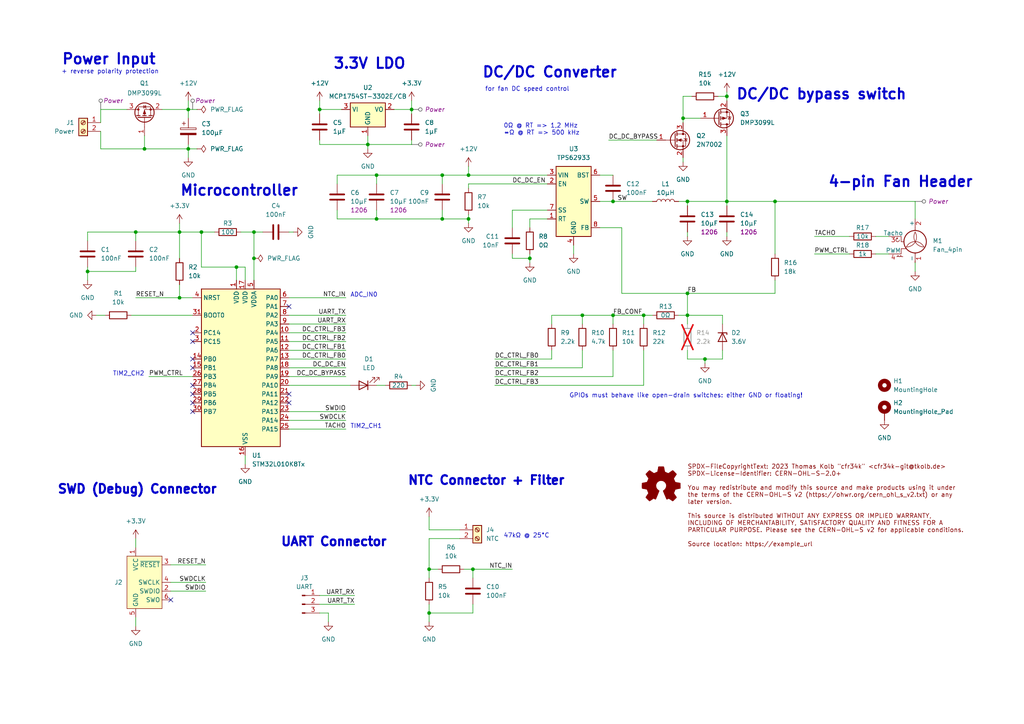
<source format=kicad_sch>
(kicad_sch (version 20230121) (generator eeschema)
  (paper "A4")
  (title_block (title "TinyFanControl") (date "2023-12-31") (rev "B"))
  (lib_symbols
    (symbol "Connector:Conn_01x03_Pin" (pin_names (offset 1.016) hide)
      (property "Reference" "J" (at 0 5.08 0))
      (property "Value" "Conn_01x03_Pin" (at 0 -5.08 0))
      (symbol "Conn_01x03_Pin_1_1"
        (pin passive line (at 5.08 2.54 180) (length 3.81) (name "Pin_1") (number "1"))
        (pin passive line (at 5.08 0 180) (length 3.81) (name "Pin_2") (number "2"))
        (pin passive line (at 5.08 -2.54 180) (length 3.81) (name "Pin_3") (number "3"))
      )
    )
    (symbol "Connector:Conn_ARM_SWD_WR-WST-6pin" (in_bom no)
      (property "Reference" "J" (at 2.54 11.43 0))
      (property "Value" "Conn_ARM_SWD_TagConnect_TC2030" (at 5.08 8.89 0))
      (symbol "Conn_ARM_SWD_WR-WST-6pin_0_0"
        (pin power_in line (at -2.54 10.16 270) (length 2.54) (name "VCC") (number "1"))
        (pin bidirectional line (at 7.62 -2.54 180) (length 2.54) (name "SWDIO") (number "2"))
        (pin open_collector line (at 7.62 5.08 180) (length 2.54) (name "~{RESET}") (number "3"))
        (pin output line (at 7.62 0 180) (length 2.54) (name "SWCLK") (number "4"))
        (pin power_in line (at -2.54 -10.16 90) (length 2.54) (name "GND") (number "5"))
        (pin input line (at 7.62 -5.08 180) (length 2.54) (name "SWO") (number "6"))
      )
    )
    (symbol "Connector:Screw_Terminal_01x02" (pin_names (offset 1.016) hide)
      (property "Reference" "J" (at 0 2.54 0))
      (property "Value" "Screw_Terminal_01x02" (at 0 -5.08 0))
      (symbol "Screw_Terminal_01x02_1_1"
        (pin passive line (at -5.08 0 0) (length 3.81) (name "Pin_1") (number "1"))
        (pin passive line (at -5.08 -2.54 0) (length 3.81) (name "Pin_2") (number "2"))
      )
    )
    (symbol "DMP3099L_1" (pin_names hide)
      (property "Reference" "Q" (at 5.08 1.905 0))
      (property "Value" "DMP3099L" (at 5.08 0 0))
      (symbol "DMP3099L_1_1_1"
        (pin input line (at -5.08 0 0) (length 2.54) (name "G") (number "1"))
        (pin passive line (at 2.54 -5.08 90) (length 2.54) (name "S") (number "2"))
        (pin passive line (at 2.54 5.08 270) (length 2.54) (name "D") (number "3"))
      )
    )
    (symbol "Device:C" (pin_numbers hide) (pin_names (offset 0.254))
      (property "Reference" "C" (at 0.635 2.54 0))
      (property "Value" "C" (at 0.635 -2.54 0))
      (symbol "C_1_1"
        (pin passive line (at 0 3.81 270) (length 2.794) (name "~") (number "1"))
        (pin passive line (at 0 -3.81 90) (length 2.794) (name "~") (number "2"))
      )
    )
    (symbol "Device:C_Polarized" (pin_numbers hide) (pin_names (offset 0.254))
      (property "Reference" "C" (at 0.635 2.54 0))
      (property "Value" "C_Polarized" (at 0.635 -2.54 0))
      (symbol "C_Polarized_1_1"
        (pin passive line (at 0 3.81 270) (length 2.794) (name "~") (number "1"))
        (pin passive line (at 0 -3.81 90) (length 2.794) (name "~") (number "2"))
      )
    )
    (symbol "Device:D_Zener" (pin_numbers hide) (pin_names (offset 1.016) hide)
      (property "Reference" "D" (at 0 2.54 0))
      (property "Value" "D_Zener" (at 0 -2.54 0))
      (symbol "D_Zener_1_1"
        (pin passive line (at -3.81 0 0) (length 2.54) (name "K") (number "1"))
        (pin passive line (at 3.81 0 180) (length 2.54) (name "A") (number "2"))
      )
    )
    (symbol "Device:L" (pin_numbers hide) (pin_names (offset 1.016) hide)
      (property "Reference" "L" (at -1.27 0 90))
      (property "Value" "L" (at 1.905 0 90))
      (symbol "L_1_1"
        (pin passive line (at 0 3.81 270) (length 1.27) (name "1") (number "1"))
        (pin passive line (at 0 -3.81 90) (length 1.27) (name "2") (number "2"))
      )
    )
    (symbol "Device:LED" (pin_numbers hide) (pin_names (offset 1.016) hide)
      (property "Reference" "D" (at 0 2.54 0))
      (property "Value" "LED" (at 0 -2.54 0))
      (symbol "LED_1_1"
        (pin passive line (at -3.81 0 0) (length 2.54) (name "K") (number "1"))
        (pin passive line (at 3.81 0 180) (length 2.54) (name "A") (number "2"))
      )
    )
    (symbol "Device:R" (pin_numbers hide) (pin_names (offset 0))
      (property "Reference" "R" (at 2.032 0 90))
      (property "Value" "R" (at 0 0 90))
      (symbol "R_1_1"
        (pin passive line (at 0 3.81 270) (length 1.27) (name "~") (number "1"))
        (pin passive line (at 0 -3.81 90) (length 1.27) (name "~") (number "2"))
      )
    )
    (symbol "Graphic:Logo_Open_Hardware_Small" (in_bom no) (on_board no))
    (symbol "MCU_ST_STM32L0:STM32L010K8Tx"
      (property "Reference" "U" (at -10.16 24.13 0))
      (property "Value" "STM32L010K8Tx" (at 7.62 24.13 0))
      (symbol "STM32L010K8Tx_1_1"
        (pin power_in line (at 0 25.4 270) (length 2.54) (name "VDD") (number "1"))
        (pin bidirectional line (at 15.24 10.16 180) (length 2.54) (name "PA4") (number "10"))
        (pin bidirectional line (at 15.24 7.62 180) (length 2.54) (name "PA5") (number "11"))
        (pin bidirectional line (at 15.24 5.08 180) (length 2.54) (name "PA6") (number "12"))
        (pin bidirectional line (at 15.24 2.54 180) (length 2.54) (name "PA7") (number "13"))
        (pin bidirectional line (at -12.7 2.54 0) (length 2.54) (name "PB0") (number "14"))
        (pin bidirectional line (at -12.7 0 0) (length 2.54) (name "PB1") (number "15"))
        (pin power_in line (at 2.54 -25.4 90) (length 2.54) (name "VSS") (number "16"))
        (pin power_in line (at 2.54 25.4 270) (length 2.54) (name "VDD") (number "17"))
        (pin bidirectional line (at 15.24 0 180) (length 2.54) (name "PA8") (number "18"))
        (pin bidirectional line (at 15.24 -2.54 180) (length 2.54) (name "PA9") (number "19"))
        (pin bidirectional line (at -12.7 10.16 0) (length 2.54) (name "PC14") (number "2"))
        (pin bidirectional line (at 15.24 -5.08 180) (length 2.54) (name "PA10") (number "20"))
        (pin bidirectional line (at 15.24 -7.62 180) (length 2.54) (name "PA11") (number "21"))
        (pin bidirectional line (at 15.24 -10.16 180) (length 2.54) (name "PA12") (number "22"))
        (pin bidirectional line (at 15.24 -12.7 180) (length 2.54) (name "PA13") (number "23"))
        (pin bidirectional line (at 15.24 -15.24 180) (length 2.54) (name "PA14") (number "24"))
        (pin bidirectional line (at 15.24 -17.78 180) (length 2.54) (name "PA15") (number "25"))
        (pin bidirectional line (at -12.7 -2.54 0) (length 2.54) (name "PB3") (number "26"))
        (pin bidirectional line (at -12.7 -5.08 0) (length 2.54) (name "PB4") (number "27"))
        (pin bidirectional line (at -12.7 -7.62 0) (length 2.54) (name "PB5") (number "28"))
        (pin bidirectional line (at -12.7 -10.16 0) (length 2.54) (name "PB6") (number "29"))
        (pin bidirectional line (at -12.7 7.62 0) (length 2.54) (name "PC15") (number "3"))
        (pin bidirectional line (at -12.7 -12.7 0) (length 2.54) (name "PB7") (number "30"))
        (pin input line (at -12.7 15.24 0) (length 2.54) (name "BOOT0") (number "31"))
        (pin passive line (at 2.54 -25.4 90) (length 2.54) hide (name "VSS") (number "32"))
        (pin input line (at -12.7 20.32 0) (length 2.54) (name "NRST") (number "4"))
        (pin power_in line (at 5.08 25.4 270) (length 2.54) (name "VDDA") (number "5"))
        (pin bidirectional line (at 15.24 20.32 180) (length 2.54) (name "PA0") (number "6"))
        (pin bidirectional line (at 15.24 17.78 180) (length 2.54) (name "PA1") (number "7"))
        (pin bidirectional line (at 15.24 15.24 180) (length 2.54) (name "PA2") (number "8"))
        (pin bidirectional line (at 15.24 12.7 180) (length 2.54) (name "PA3") (number "9"))
      )
    )
    (symbol "Mechanical:MountingHole" (pin_names (offset 1.016))
      (property "Reference" "H" (at 0 5.08 0))
      (property "Value" "MountingHole" (at 0 3.175 0))
    )
    (symbol "Mechanical:MountingHole_Pad" (pin_numbers hide) (pin_names (offset 1.016) hide)
      (property "Reference" "H" (at 0 6.35 0))
      (property "Value" "MountingHole_Pad" (at 0 4.445 0))
      (symbol "MountingHole_Pad_1_1"
        (pin input line (at 0 -2.54 90) (length 2.54) (name "1") (number "1"))
      )
    )
    (symbol "Motor:Fan_4pin" (pin_names (offset 0))
      (property "Reference" "M" (at 2.54 5.08 0))
      (property "Value" "Fan_4pin" (at 2.54 -2.54 0))
      (symbol "Fan_4pin_1_1"
        (pin passive line (at 0 -5.08 90) (length 2.54) (name "-") (number "1"))
        (pin passive line (at 0 7.62 270) (length 2.54) (name "+") (number "2"))
        (pin passive line (at -7.62 2.54 0) (length 2.54) (name "Tacho") (number "3"))
        (pin input line (at -7.62 -2.54 0) (length 2.54) (name "PWM") (number "4"))
      )
    )
    (symbol "Regulator_Linear:MCP1754S-3302xCB"
      (property "Reference" "U" (at -3.81 3.175 0))
      (property "Value" "MCP1754S-3302xCB" (at -0.635 3.175 0))
      (symbol "MCP1754S-3302xCB_1_1"
        (pin power_in line (at 0 -7.62 90) (length 2.54) (name "GND") (number "1"))
        (pin power_out line (at 7.62 0 180) (length 2.54) (name "VO") (number "2"))
        (pin power_in line (at -7.62 0 0) (length 2.54) (name "VI") (number "3"))
      )
    )
    (symbol "Regulator_Switching:TPS62933"
      (property "Reference" "U" (at 0 13.97 0))
      (property "Value" "TPS62933" (at 0 11.43 0))
      (symbol "TPS62933_1_1"
        (pin passive line (at -7.62 -5.08 0) (length 2.54) (name "RT") (number "1"))
        (pin input line (at -7.62 5.08 0) (length 2.54) (name "EN") (number "2"))
        (pin power_in line (at -7.62 7.62 0) (length 2.54) (name "VIN") (number "3"))
        (pin power_in line (at 0 -12.7 90) (length 2.54) (name "GND") (number "4"))
        (pin output line (at 7.62 0 180) (length 2.54) (name "SW") (number "5"))
        (pin passive line (at 7.62 7.62 180) (length 2.54) (name "BST") (number "6"))
        (pin passive line (at -7.62 -2.54 0) (length 2.54) (name "SS") (number "7"))
        (pin input line (at 7.62 -7.62 180) (length 2.54) (name "FB") (number "8"))
      )
    )
    (symbol "Transistor_FET:2N7002" (pin_names hide)
      (property "Reference" "Q" (at 5.08 1.905 0))
      (property "Value" "2N7002" (at 5.08 0 0))
      (symbol "2N7002_1_1"
        (pin input line (at -5.08 0 0) (length 2.54) (name "G") (number "1"))
        (pin passive line (at 2.54 -5.08 90) (length 2.54) (name "S") (number "2"))
        (pin passive line (at 2.54 5.08 270) (length 2.54) (name "D") (number "3"))
      )
    )
    (symbol "Transistor_FET:DMP3099L" (pin_names hide)
      (property "Reference" "Q" (at 5.08 1.905 0))
      (property "Value" "DMP3099L" (at 5.08 0 0))
      (symbol "DMP3099L_1_1"
        (pin input line (at -5.08 0 0) (length 2.54) (name "G") (number "1"))
        (pin passive line (at 2.54 -5.08 90) (length 2.54) (name "S") (number "2"))
        (pin passive line (at 2.54 5.08 270) (length 2.54) (name "D") (number "3"))
      )
    )
    (symbol "power:+12V" (power) (pin_names (offset 0))
      (property "Value" "+12V" (at 0 3.556 0))
      (symbol "+12V_1_1"
        (pin power_in line (at 0 0 90) (length 0) hide (name "+12V") (number "1"))
      )
    )
    (symbol "power:+3.3V" (power) (pin_names (offset 0))
      (property "Value" "+3.3V" (at 0 3.556 0))
      (symbol "+3.3V_1_1"
        (pin power_in line (at 0 0 90) (length 0) hide (name "+3.3V") (number "1"))
      )
    )
    (symbol "power:GND" (power) (pin_names (offset 0))
      (property "Value" "GND" (at 0 -3.81 0))
      (symbol "GND_1_1"
        (pin power_in line (at 0 0 270) (length 0) hide (name "GND") (number "1"))
      )
    )
    (symbol "power:PWR_FLAG" (power) (pin_numbers hide) (pin_names (offset 0) hide)
      (property "Value" "PWR_FLAG" (at 0 3.81 0))
      (symbol "PWR_FLAG_0_0"
        (pin power_out line (at 0 0 90) (length 0) (name "pwr") (number "1"))
      )
    )
  )
  (junction (at 58.42 67.31))
  (junction (at 199.39 58.42))
  (junction (at 73.66 74.93))
  (junction (at 128.27 50.8))
  (junction (at 153.67 74.93))
  (junction (at 109.22 50.8))
  (junction (at 73.66 67.31))
  (junction (at 52.07 67.31))
  (junction (at 135.89 63.5))
  (junction (at 137.16 165.1))
  (junction (at 199.39 91.44))
  (junction (at 41.91 43.18))
  (junction (at 186.69 91.44))
  (junction (at 68.58 77.47))
  (junction (at 124.46 165.1))
  (junction (at 54.61 43.18))
  (junction (at 106.68 41.91))
  (junction (at 25.4 78.74))
  (junction (at 177.8 58.42))
  (junction (at 210.82 58.42))
  (junction (at 39.37 67.31))
  (junction (at 168.91 91.44))
  (junction (at 198.12 34.29))
  (junction (at 54.61 31.75))
  (junction (at 52.07 86.36))
  (junction (at 135.89 50.8))
  (junction (at 109.22 63.5))
  (junction (at 224.79 58.42))
  (junction (at 177.8 91.44))
  (junction (at 124.46 177.8))
  (junction (at 92.71 31.75))
  (junction (at 128.27 63.5))
  (junction (at 210.82 27.94))
  (junction (at 204.47 104.14))
  (junction (at 119.38 31.75))
  (junction (at 199.39 85.09))
  (no_connect (at 55.88 104.14))
  (no_connect (at 55.88 99.06))
  (no_connect (at 83.82 116.84))
  (no_connect (at 55.88 114.3))
  (no_connect (at 83.82 88.9))
  (no_connect (at 55.88 106.68))
  (no_connect (at 55.88 96.52))
  (no_connect (at 55.88 119.38))
  (no_connect (at 55.88 116.84))
  (no_connect (at 83.82 114.3))
  (no_connect (at 55.88 111.76))
  (no_connect (at 49.53 173.99))
  (wire (pts (xy 71.12 132.08) (xy 71.12 134.62)))
  (wire (pts (xy 199.39 91.44) (xy 199.39 93.98)))
  (wire (pts (xy 71.12 77.47) (xy 71.12 81.28)))
  (wire (pts (xy 199.39 59.69) (xy 199.39 58.42)))
  (wire (pts (xy 83.82 99.06) (xy 100.33 99.06)))
  (wire (pts (xy 39.37 77.47) (xy 39.37 78.74)))
  (wire (pts (xy 137.16 165.1) (xy 137.16 167.64)))
  (wire (pts (xy 52.07 64.77) (xy 52.07 67.31)))
  (wire (pts (xy 254 68.58) (xy 257.81 68.58)))
  (wire (pts (xy 148.59 74.93) (xy 153.67 74.93)))
  (wire (pts (xy 97.79 50.8) (xy 97.79 53.34)))
  (wire (pts (xy 177.8 91.44) (xy 186.69 91.44)))
  (wire (pts (xy 210.82 67.31) (xy 210.82 68.58)))
  (wire (pts (xy 209.55 93.98) (xy 209.55 91.44)))
  (wire (pts (xy 124.46 165.1) (xy 127 165.1)))
  (wire (pts (xy 124.46 177.8) (xy 124.46 175.26)))
  (wire (pts (xy 39.37 86.36) (xy 52.07 86.36)))
  (wire (pts (xy 143.51 104.14) (xy 160.02 104.14)))
  (wire (pts (xy 83.82 109.22) (xy 100.33 109.22)))
  (wire (pts (xy 83.82 101.6) (xy 100.33 101.6)))
  (wire (pts (xy 210.82 39.37) (xy 210.82 58.42)))
  (wire (pts (xy 168.91 101.6) (xy 168.91 106.68)))
  (wire (pts (xy 143.51 106.68) (xy 168.91 106.68)))
  (wire (pts (xy 97.79 60.96) (xy 97.79 63.5)))
  (wire (pts (xy 137.16 177.8) (xy 124.46 177.8)))
  (wire (pts (xy 39.37 67.31) (xy 52.07 67.31)))
  (wire (pts (xy 135.89 54.61) (xy 135.89 53.34)))
  (wire (pts (xy 92.71 29.21) (xy 92.71 31.75)))
  (wire (pts (xy 224.79 58.42) (xy 224.79 73.66)))
  (wire (pts (xy 198.12 27.94) (xy 200.66 27.94)))
  (wire (pts (xy 124.46 153.67) (xy 133.35 153.67)))
  (wire (pts (xy 95.25 177.8) (xy 95.25 180.34)))
  (wire (pts (xy 168.91 93.98) (xy 168.91 91.44)))
  (wire (pts (xy 148.59 66.04) (xy 148.59 60.96)))
  (wire (pts (xy 124.46 165.1) (xy 124.46 156.21)))
  (wire (pts (xy 29.21 43.18) (xy 41.91 43.18)))
  (wire (pts (xy 41.91 39.37) (xy 41.91 43.18)))
  (wire (pts (xy 43.18 109.22) (xy 55.88 109.22)))
  (wire (pts (xy 73.66 81.28) (xy 73.66 74.93)))
  (wire (pts (xy 109.22 50.8) (xy 97.79 50.8)))
  (wire (pts (xy 135.89 48.26) (xy 135.89 50.8)))
  (wire (pts (xy 198.12 34.29) (xy 198.12 35.56)))
  (wire (pts (xy 52.07 67.31) (xy 52.07 74.93)))
  (wire (pts (xy 49.53 171.45) (xy 59.69 171.45)))
  (wire (pts (xy 173.99 50.8) (xy 177.8 50.8)))
  (wire (pts (xy 83.82 86.36) (xy 100.33 86.36)))
  (wire (pts (xy 128.27 60.96) (xy 128.27 63.5)))
  (wire (pts (xy 177.8 58.42) (xy 189.23 58.42)))
  (wire (pts (xy 106.68 41.91) (xy 92.71 41.91)))
  (wire (pts (xy 265.43 76.2) (xy 265.43 78.74)))
  (wire (pts (xy 49.53 163.83) (xy 59.69 163.83)))
  (wire (pts (xy 109.22 111.76) (xy 111.76 111.76)))
  (wire (pts (xy 54.61 29.21) (xy 54.61 31.75)))
  (wire (pts (xy 68.58 77.47) (xy 68.58 81.28)))
  (wire (pts (xy 236.22 68.58) (xy 246.38 68.58)))
  (wire (pts (xy 25.4 77.47) (xy 25.4 78.74)))
  (wire (pts (xy 39.37 179.07) (xy 39.37 181.61)))
  (wire (pts (xy 210.82 58.42) (xy 210.82 59.69)))
  (wire (pts (xy 168.91 91.44) (xy 177.8 91.44)))
  (wire (pts (xy 54.61 43.18) (xy 54.61 45.72)))
  (wire (pts (xy 119.38 31.75) (xy 119.38 33.02)))
  (wire (pts (xy 196.85 91.44) (xy 199.39 91.44)))
  (wire (pts (xy 69.85 67.31) (xy 73.66 67.31)))
  (wire (pts (xy 92.71 31.75) (xy 99.06 31.75)))
  (wire (pts (xy 224.79 85.09) (xy 199.39 85.09)))
  (wire (pts (xy 106.68 39.37) (xy 106.68 41.91)))
  (wire (pts (xy 173.99 58.42) (xy 177.8 58.42)))
  (wire (pts (xy 29.21 31.75) (xy 36.83 31.75)))
  (wire (pts (xy 153.67 73.66) (xy 153.67 74.93)))
  (wire (pts (xy 180.34 85.09) (xy 199.39 85.09)))
  (wire (pts (xy 143.51 109.22) (xy 177.8 109.22)))
  (wire (pts (xy 83.82 119.38) (xy 100.33 119.38)))
  (wire (pts (xy 52.07 86.36) (xy 55.88 86.36)))
  (wire (pts (xy 160.02 91.44) (xy 168.91 91.44)))
  (wire (pts (xy 54.61 31.75) (xy 57.15 31.75)))
  (wire (pts (xy 109.22 60.96) (xy 109.22 63.5)))
  (wire (pts (xy 148.59 73.66) (xy 148.59 74.93)))
  (wire (pts (xy 135.89 50.8) (xy 158.75 50.8)))
  (wire (pts (xy 186.69 91.44) (xy 186.69 93.98)))
  (wire (pts (xy 83.82 96.52) (xy 100.33 96.52)))
  (wire (pts (xy 41.91 43.18) (xy 54.61 43.18)))
  (wire (pts (xy 224.79 81.28) (xy 224.79 85.09)))
  (wire (pts (xy 176.53 40.64) (xy 190.5 40.64)))
  (wire (pts (xy 180.34 85.09) (xy 180.34 66.04)))
  (wire (pts (xy 83.82 106.68) (xy 100.33 106.68)))
  (wire (pts (xy 198.12 45.72) (xy 198.12 46.99)))
  (wire (pts (xy 177.8 101.6) (xy 177.8 109.22)))
  (wire (pts (xy 39.37 67.31) (xy 39.37 69.85)))
  (wire (pts (xy 83.82 67.31) (xy 85.09 67.31)))
  (wire (pts (xy 137.16 175.26) (xy 137.16 177.8)))
  (wire (pts (xy 83.82 121.92) (xy 100.33 121.92)))
  (wire (pts (xy 46.99 31.75) (xy 54.61 31.75)))
  (wire (pts (xy 160.02 93.98) (xy 160.02 91.44)))
  (wire (pts (xy 73.66 67.31) (xy 76.2 67.31)))
  (wire (pts (xy 153.67 63.5) (xy 158.75 63.5)))
  (wire (pts (xy 49.53 168.91) (xy 59.69 168.91)))
  (wire (pts (xy 199.39 67.31) (xy 199.39 68.58)))
  (wire (pts (xy 29.21 31.75) (xy 29.21 35.56)))
  (wire (pts (xy 58.42 67.31) (xy 52.07 67.31)))
  (wire (pts (xy 124.46 177.8) (xy 124.46 180.34)))
  (wire (pts (xy 58.42 67.31) (xy 62.23 67.31)))
  (wire (pts (xy 128.27 63.5) (xy 135.89 63.5)))
  (wire (pts (xy 210.82 27.94) (xy 210.82 29.21)))
  (wire (pts (xy 119.38 41.91) (xy 106.68 41.91)))
  (wire (pts (xy 92.71 175.26) (xy 102.87 175.26)))
  (wire (pts (xy 68.58 77.47) (xy 58.42 77.47)))
  (wire (pts (xy 180.34 66.04) (xy 173.99 66.04)))
  (wire (pts (xy 73.66 74.93) (xy 73.66 67.31)))
  (wire (pts (xy 236.22 73.66) (xy 246.38 73.66)))
  (wire (pts (xy 119.38 40.64) (xy 119.38 41.91)))
  (wire (pts (xy 143.51 111.76) (xy 186.69 111.76)))
  (wire (pts (xy 124.46 149.86) (xy 124.46 153.67)))
  (wire (pts (xy 83.82 104.14) (xy 100.33 104.14)))
  (wire (pts (xy 25.4 78.74) (xy 39.37 78.74)))
  (wire (pts (xy 100.33 93.98) (xy 83.82 93.98)))
  (wire (pts (xy 38.1 91.44) (xy 55.88 91.44)))
  (wire (pts (xy 92.71 33.02) (xy 92.71 31.75)))
  (wire (pts (xy 177.8 91.44) (xy 177.8 93.98)))
  (wire (pts (xy 196.85 58.42) (xy 199.39 58.42)))
  (wire (pts (xy 265.43 58.42) (xy 265.43 63.5)))
  (wire (pts (xy 166.37 71.12) (xy 166.37 73.66)))
  (wire (pts (xy 128.27 50.8) (xy 135.89 50.8)))
  (wire (pts (xy 186.69 101.6) (xy 186.69 111.76)))
  (wire (pts (xy 135.89 63.5) (xy 135.89 64.77)))
  (wire (pts (xy 92.71 177.8) (xy 95.25 177.8)))
  (wire (pts (xy 135.89 62.23) (xy 135.89 63.5)))
  (wire (pts (xy 204.47 104.14) (xy 209.55 104.14)))
  (wire (pts (xy 109.22 63.5) (xy 128.27 63.5)))
  (wire (pts (xy 119.38 111.76) (xy 120.65 111.76)))
  (wire (pts (xy 153.67 66.04) (xy 153.67 63.5)))
  (wire (pts (xy 92.71 172.72) (xy 102.87 172.72)))
  (wire (pts (xy 199.39 91.44) (xy 209.55 91.44)))
  (wire (pts (xy 137.16 165.1) (xy 148.59 165.1)))
  (wire (pts (xy 135.89 53.34) (xy 158.75 53.34)))
  (wire (pts (xy 199.39 104.14) (xy 204.47 104.14)))
  (wire (pts (xy 106.68 41.91) (xy 106.68 43.18)))
  (wire (pts (xy 199.39 85.09) (xy 199.39 91.44)))
  (wire (pts (xy 160.02 101.6) (xy 160.02 104.14)))
  (wire (pts (xy 25.4 67.31) (xy 39.37 67.31)))
  (wire (pts (xy 124.46 167.64) (xy 124.46 165.1)))
  (wire (pts (xy 58.42 77.47) (xy 58.42 67.31)))
  (wire (pts (xy 109.22 53.34) (xy 109.22 50.8)))
  (wire (pts (xy 27.94 91.44) (xy 30.48 91.44)))
  (wire (pts (xy 199.39 58.42) (xy 210.82 58.42)))
  (wire (pts (xy 54.61 31.75) (xy 54.61 34.29)))
  (wire (pts (xy 39.37 156.21) (xy 39.37 158.75)))
  (wire (pts (xy 100.33 91.44) (xy 83.82 91.44)))
  (wire (pts (xy 153.67 74.93) (xy 153.67 76.2)))
  (wire (pts (xy 97.79 63.5) (xy 109.22 63.5)))
  (wire (pts (xy 204.47 104.14) (xy 204.47 105.41)))
  (wire (pts (xy 199.39 101.6) (xy 199.39 104.14)))
  (wire (pts (xy 54.61 43.18) (xy 57.15 43.18)))
  (wire (pts (xy 29.21 43.18) (xy 29.21 38.1)))
  (wire (pts (xy 54.61 41.91) (xy 54.61 43.18)))
  (wire (pts (xy 128.27 53.34) (xy 128.27 50.8)))
  (wire (pts (xy 109.22 50.8) (xy 128.27 50.8)))
  (wire (pts (xy 25.4 78.74) (xy 25.4 81.28)))
  (wire (pts (xy 134.62 165.1) (xy 137.16 165.1)))
  (wire (pts (xy 114.3 31.75) (xy 119.38 31.75)))
  (wire (pts (xy 254 73.66) (xy 257.81 73.66)))
  (wire (pts (xy 210.82 26.67) (xy 210.82 27.94)))
  (wire (pts (xy 68.58 77.47) (xy 71.12 77.47)))
  (wire (pts (xy 92.71 41.91) (xy 92.71 40.64)))
  (wire (pts (xy 224.79 58.42) (xy 265.43 58.42)))
  (wire (pts (xy 83.82 111.76) (xy 101.6 111.76)))
  (wire (pts (xy 210.82 58.42) (xy 224.79 58.42)))
  (wire (pts (xy 198.12 34.29) (xy 198.12 27.94)))
  (wire (pts (xy 148.59 60.96) (xy 158.75 60.96)))
  (wire (pts (xy 83.82 124.46) (xy 100.33 124.46)))
  (wire (pts (xy 25.4 67.31) (xy 25.4 69.85)))
  (wire (pts (xy 124.46 156.21) (xy 133.35 156.21)))
  (wire (pts (xy 209.55 104.14) (xy 209.55 101.6)))
  (wire (pts (xy 208.28 27.94) (xy 210.82 27.94)))
  (wire (pts (xy 52.07 82.55) (xy 52.07 86.36)))
  (wire (pts (xy 186.69 91.44) (xy 189.23 91.44)))
  (wire (pts (xy 198.12 34.29) (xy 203.2 34.29)))
  (wire (pts (xy 119.38 29.21) (xy 119.38 31.75)))
  (text "Power Input" (at 17.78 19.05 0) (effects (font (size 3 3) (thickness 0.6) bold) (justify left bottom)))
  (text "TIM2_CH2" (at 41.91 109.22 0) (effects (font (size 1.27 1.27)) (justify right bottom)))
  (text "3.3V LDO" (at 96.52 20.32 0) (effects (font (size 3 3) (thickness 0.6) bold) (justify left bottom)))
  (text "ADC_IN0" (at 101.6 86.36 0) (effects (font (size 1.27 1.27)) (justify left bottom)))
  (text "4-pin Fan Header" (at 240.03 54.61 0) (effects (font (size 3 3) (thickness 0.6) bold) (justify left bottom)))
  (text "Microcontroller" (at 52.07 57.15 0) (effects (font (size 3 3) (thickness 0.6) bold) (justify left bottom)))
  (text "SPDX-FileCopyrightText: 2023 Thomas Kolb \"cfr34k\" <cfr34k-git@tkolb.de>\nSPDX-License-Identifier: CERN-OHL-S-2.0+\n\nYou may redistribute and modify this source and make products using it under\nthe terms of the CERN-OHL-S v2 (https://ohwr.org/cern_ohl_s_v2.txt) or any\nlater version.\n\nThis source is distributed WITHOUT ANY EXPRESS OR IMPLIED WARRANTY,\nINCLUDING OF MERCHANTABILITY, SATISFACTORY QUALITY AND FITNESS FOR A\nPARTICULAR PURPOSE. Please see the CERN-OHL-S v2 for applicable conditions.\n\nSource location: https://example_url\n" (at 199.39 158.75 0) (effects (font (size 1.27 1.27)) (justify left bottom)))
  (text "0Ω @ RT => 1,2 MHz\n∞Ω @ RT => 500 kHz" (at 146.05 39.37 0) (effects (font (size 1.27 1.27)) (justify left bottom)))
  (text "UART Connector" (at 81.28 158.75 0) (effects (font (size 2.54 2.54) (thickness 0.6) bold) (justify left bottom)))
  (text " for fan DC speed control" (at 139.7 26.67 0) (effects (font (size 1.27 1.27)) (justify left bottom)))
  (text "TIM2_CH1" (at 101.6 124.46 0) (effects (font (size 1.27 1.27)) (justify left bottom)))
  (text "DC/DC bypass switch" (at 213.36 29.21 0) (effects (font (size 3 3) (thickness 0.6) bold) (justify left bottom)))
  (text "DC/DC Converter" (at 139.7 22.86 0) (effects (font (size 3 3) (thickness 0.6) bold) (justify left bottom)))
  (text "47kΩ @ 25°C" (at 146.05 156.21 0) (effects (font (size 1.27 1.27)) (justify left bottom)))
  (text "GPIOs must behave like open-drain switches: either GND or floating!" (at 165.1 115.57 0) (effects (font (size 1.27 1.27)) (justify left bottom)))
  (text "NTC Connector + Filter" (at 118.11 140.97 0) (effects (font (size 2.54 2.54) (thickness 0.6) bold) (justify left bottom)))
  (text "SWD (Debug) Connector" (at 16.51 143.51 0) (effects (font (size 2.54 2.54) (thickness 0.6) bold) (justify left bottom)))
  (text "+ reverse polarity protection" (at 17.78 21.59 0) (effects (font (size 1.27 1.27)) (justify left bottom)))
  (label "DC_DC_EN" (at 148.59 53.34 0))
  (label "DC_DC_EN" (at 100.33 106.68 180))
  (label "DC_CTRL_FB3" (at 143.51 111.76 0))
  (label "SW" (at 179.07 58.42 0))
  (label "NTC_IN" (at 100.33 86.36 180))
  (label "DC_DC_BYPASS" (at 100.33 109.22 180))
  (label "DC_CTRL_FB1" (at 100.33 101.6 180))
  (label "DC_CTRL_FB1" (at 143.51 106.68 0))
  (label "RESET_N" (at 59.69 163.83 180))
  (label "RESET_N" (at 39.37 86.36 0))
  (label "SWDCLK" (at 100.33 121.92 180))
  (label "PWM_CTRL" (at 43.18 109.22 0))
  (label "TACHO" (at 236.22 68.58 0))
  (label "FB_CONF" (at 177.8 91.44 0))
  (label "DC_CTRL_FB0" (at 100.33 104.14 180))
  (label "SWDIO" (at 100.33 119.38 180))
  (label "SWDCLK" (at 59.69 168.91 180))
  (label "PWM_CTRL" (at 236.22 73.66 0))
  (label "UART_RX" (at 100.33 93.98 180))
  (label "DC_CTRL_FB3" (at 100.33 96.52 180))
  (label "DC_CTRL_FB0" (at 143.51 104.14 0))
  (label "SWDIO" (at 59.69 171.45 180))
  (label "UART_TX" (at 100.33 91.44 180))
  (label "UART_RX" (at 102.87 172.72 180))
  (label "FB" (at 199.39 85.09 0))
  (label "NTC_IN" (at 148.59 165.1 180))
  (label "DC_CTRL_FB2" (at 143.51 109.22 0))
  (label "DC_CTRL_FB2" (at 100.33 99.06 180))
  (label "TACHO" (at 100.33 124.46 180))
  (label "DC_DC_BYPASS" (at 176.53 40.64 0))
  (label "UART_TX" (at 102.87 175.26 180))
  (netclass_flag "" (length 2.54) (shape round) (at 265.43 58.42 270) (property "Netclass" "Power" (at 269.24 58.42 0) (effects (font italic) (justify left))))
  (netclass_flag "" (length 2.54) (shape round) (at 29.21 31.75 0) (property "Netclass" "Power" (at 29.9085 29.21 0) (effects (font italic) (justify left))))
  (netclass_flag "" (length 2.54) (shape round) (at 55.88 31.75 0) (property "Netclass" "Power" (at 56.5785 29.21 0) (effects (font italic) (justify left))))
  (netclass_flag "" (length 2.54) (shape round) (at 119.38 31.75 270) (property "Netclass" "Power" (at 123.19 31.75 0) (effects (font italic) (justify left))))
  (netclass_flag "" (length 2.54) (shape round) (at 119.38 41.91 270) (property "Netclass" "Power" (at 123.19 41.91 0) (effects (font italic) (justify left))))
  (symbol (lib_id "power:GND") (at 204.47 105.41 0) (unit 1)
    (property "Reference" "#PWR023" (effects hide))
    (property "Value" "GND" (at 204.47 110.49 0))
  )
  (symbol (lib_id "Connector:Conn_01x03_Pin") (at 87.63 175.26 0) (unit 1)
    (property "Reference" "J3" (at 88.265 167.64 0))
    (property "Value" "UART" (at 88.265 170.18 0))
    (property "Footprint" "Connector_PinHeader_2.54mm:PinHeader_1x03_P2.54mm_Vertical" (effects hide))
  )
  (symbol (lib_id "power:+3.3V") (at 124.46 149.86 0) (unit 1)
    (property "Reference" "#PWR015" (effects hide))
    (property "Value" "+3.3V" (at 124.46 144.78 0))
  )
  (symbol (lib_id "Device:R") (at 115.57 111.76 90) (unit 1)
    (property "Reference" "R4" (at 115.57 109.22 90))
    (property "Value" "220" (at 115.57 111.76 90))
    (property "Footprint" "Resistor_SMD:R_0603_1608Metric" (effects hide))
  )
  (symbol (lib_id "Device:R") (at 199.39 97.79 0) (unit 1) (dnp yes)
    (property "Reference" "R14" (at 201.93 96.52 0) (effects (justify left)))
    (property "Value" "2.2k" (at 201.93 99.06 0) (effects (justify left)))
    (property "Footprint" "Resistor_SMD:R_0603_1608Metric" (effects hide))
  )
  (symbol (lib_id "Mechanical:MountingHole") (at 256.54 111.76 0) (unit 1)
    (property "Reference" "H1" (at 259.08 110.49 0) (effects (justify left)))
    (property "Value" "MountingHole" (at 259.08 113.03 0) (effects (justify left)))
    (property "Footprint" "MountingHole:MountingHole_3.2mm_M3" (effects hide))
  )
  (symbol (lib_id "power:+3.3V") (at 119.38 29.21 0) (unit 1)
    (property "Reference" "#PWR013" (effects hide))
    (property "Value" "+3.3V" (at 119.38 24.13 0))
  )
  (symbol (lib_id "Device:R") (at 124.46 171.45 0) (unit 1)
    (property "Reference" "R5" (at 127 170.18 0) (effects (justify left)))
    (property "Value" "10k" (at 127 172.72 0) (effects (justify left)))
    (property "Footprint" "Resistor_SMD:R_0603_1608Metric" (effects hide))
  )
  (symbol (lib_id "Device:C") (at 25.4 73.66 0) (unit 1)
    (property "Reference" "C1" (at 29.21 72.39 0) (effects (justify left)))
    (property "Value" "100nF" (at 29.21 74.93 0) (effects (justify left)))
    (property "Footprint" "Capacitor_SMD:C_0603_1608Metric" (effects hide))
  )
  (symbol (lib_id "Device:C") (at 97.79 57.15 0) (unit 1)
    (property "Reference" "C6" (at 101.6 55.88 0) (effects (justify left)))
    (property "Value" "10μF" (at 101.6 58.42 0) (effects (justify left)))
    (property "Footprint" "Capacitor_SMD:C_1206_3216Metric" (effects hide))
    (property "Case" "1206" (at 104.14 60.96 0))
  )
  (symbol (lib_id "Regulator_Switching:TPS62933") (at 166.37 58.42 0) (unit 1)
    (property "Reference" "U3" (at 166.37 43.18 0))
    (property "Value" "TPS62933" (at 166.37 45.72 0))
    (property "Footprint" "Package_TO_SOT_SMD:SOT-583-8" (effects hide))
    (property "Datasheet" "https://www.ti.com/lit/ds/symlink/tps62933.pdf" (effects hide))
  )
  (symbol (lib_id "Device:C") (at 39.37 73.66 0) (unit 1)
    (property "Reference" "C2" (at 43.18 72.39 0) (effects (justify left)))
    (property "Value" "100nF" (at 43.18 74.93 0) (effects (justify left)))
    (property "Footprint" "Capacitor_SMD:C_0603_1608Metric" (effects hide))
  )
  (symbol (lib_id "power:GND") (at 85.09 67.31 90) (unit 1)
    (property "Reference" "#PWR09" (effects hide))
    (property "Value" "GND" (at 90.17 67.31 0))
  )
  (symbol (lib_id "Device:R") (at 66.04 67.31 90) (unit 1)
    (property "Reference" "R3" (at 66.04 64.77 90))
    (property "Value" "100" (at 66.04 67.31 90))
    (property "Footprint" "Resistor_SMD:R_0603_1608Metric" (effects hide))
  )
  (symbol (lib_name "DMP3099L_1") (lib_id "Transistor_FET:DMP3099L") (at 208.28 34.29 0) (mirror x) (unit 1)
    (property "Reference" "Q3" (at 214.63 33.02 0) (effects (justify left)))
    (property "Value" "DMP3099L" (at 214.63 35.56 0) (effects (justify left)))
    (property "Footprint" "Package_TO_SOT_SMD:SOT-23" (effects hide))
    (property "Datasheet" "http://www.vishay.com/docs/70209/70209.pdf" (effects hide))
  )
  (symbol (lib_id "Device:C") (at 199.39 63.5 0) (unit 1)
    (property "Reference" "C13" (at 203.2 62.23 0) (effects (justify left)))
    (property "Value" "10μF" (at 203.2 64.77 0) (effects (justify left)))
    (property "Footprint" "Capacitor_SMD:C_1206_3216Metric" (effects hide))
    (property "Case" "1206" (at 205.74 67.31 0))
  )
  (symbol (lib_id "Device:C") (at 80.01 67.31 270) (unit 1)
    (property "Reference" "C4" (at 80.01 59.69 90))
    (property "Value" "100nF" (at 80.01 62.23 90))
    (property "Footprint" "Capacitor_SMD:C_0603_1608Metric" (effects hide))
  )
  (symbol (lib_id "Device:R") (at 168.91 97.79 0) (unit 1)
    (property "Reference" "R10" (at 171.45 96.52 0) (effects (justify left)))
    (property "Value" "4.7k" (at 171.45 99.06 0) (effects (justify left)))
    (property "Footprint" "Resistor_SMD:R_0603_1608Metric" (effects hide))
  )
  (symbol (lib_id "Graphic:Logo_Open_Hardware_Small") (at 191.77 140.97 0) (unit 1) (in_bom no) (on_board no)
    (property "Reference" "#SYM1" (effects hide))
    (property "Value" "Logo_Open_Hardware_Small" (effects hide))
    (property "Footprint" "Symbol:OSHW-Logo2_7.3x6mm_SilkScreen" (effects hide))
    (property "Sim.Enable" "0" (effects hide))
  )
  (symbol (lib_id "Device:C_Polarized") (at 54.61 38.1 0) (unit 1)
    (property "Reference" "C3" (at 58.42 35.941 0) (effects (justify left)))
    (property "Value" "100μF" (at 58.42 38.481 0) (effects (justify left)))
    (property "Footprint" "Capacitor_THT:CP_Radial_D6.3mm_P2.50mm" (effects hide))
  )
  (symbol (lib_id "power:GND") (at 124.46 180.34 0) (unit 1)
    (property "Reference" "#PWR016" (effects hide))
    (property "Value" "GND" (at 124.46 185.42 0))
  )
  (symbol (lib_id "Device:R") (at 34.29 91.44 270) (unit 1)
    (property "Reference" "R1" (at 34.29 85.09 90))
    (property "Value" "10k" (at 34.29 87.63 90))
    (property "Footprint" "Resistor_SMD:R_0603_1608Metric" (effects hide))
  )
  (symbol (lib_id "power:+12V") (at 210.82 26.67 0) (unit 1)
    (property "Reference" "#PWR024" (effects hide))
    (property "Value" "+12V" (at 210.82 21.59 0))
  )
  (symbol (lib_id "power:GND") (at 54.61 45.72 0) (unit 1)
    (property "Reference" "#PWR07" (effects hide))
    (property "Value" "GND" (at 54.61 50.8 0))
  )
  (symbol (lib_id "power:GND") (at 153.67 76.2 0) (unit 1)
    (property "Reference" "#PWR019" (effects hide))
    (property "Value" "GND" (at 153.67 81.28 0))
  )
  (symbol (lib_id "Transistor_FET:2N7002") (at 195.58 40.64 0) (unit 1)
    (property "Reference" "Q2" (at 201.93 39.37 0) (effects (justify left)))
    (property "Value" "2N7002" (at 201.93 41.91 0) (effects (justify left)))
    (property "Footprint" "Package_TO_SOT_SMD:SOT-23" (effects hide))
    (property "Datasheet" "https://www.onsemi.com/pub/Collateral/NDS7002A-D.PDF" (effects hide))
  )
  (symbol (lib_id "Device:R") (at 130.81 165.1 270) (unit 1)
    (property "Reference" "R6" (at 130.81 158.75 90))
    (property "Value" "10k" (at 130.81 161.29 90))
    (property "Footprint" "Resistor_SMD:R_0603_1608Metric" (effects hide))
  )
  (symbol (lib_id "Device:R") (at 177.8 97.79 0) (unit 1)
    (property "Reference" "R11" (at 180.34 96.52 0) (effects (justify left)))
    (property "Value" "10k" (at 180.34 99.06 0) (effects (justify left)))
    (property "Footprint" "Resistor_SMD:R_0603_1608Metric" (effects hide))
  )
  (symbol (lib_id "power:+12V") (at 92.71 29.21 0) (unit 1)
    (property "Reference" "#PWR010" (effects hide))
    (property "Value" "+12V" (at 92.71 24.13 0))
  )
  (symbol (lib_id "power:GND") (at 135.89 64.77 0) (unit 1)
    (property "Reference" "#PWR018" (effects hide))
    (property "Value" "GND" (at 135.89 69.85 0))
  )
  (symbol (lib_id "Device:R") (at 135.89 58.42 0) (unit 1)
    (property "Reference" "R7" (at 138.43 57.15 0) (effects (justify left)))
    (property "Value" "10k" (at 138.43 59.69 0) (effects (justify left)))
    (property "Footprint" "Resistor_SMD:R_0603_1608Metric" (effects hide))
  )
  (symbol (lib_id "power:GND") (at 120.65 111.76 90) (unit 1)
    (property "Reference" "#PWR014" (effects hide))
    (property "Value" "GND" (at 125.73 111.76 0))
  )
  (symbol (lib_id "Device:C") (at 148.59 69.85 0) (mirror y) (unit 1)
    (property "Reference" "C11" (at 144.78 68.58 0) (effects (justify left)))
    (property "Value" "10nF" (at 144.78 71.12 0) (effects (justify left)))
    (property "Footprint" "Capacitor_SMD:C_0603_1608Metric" (effects hide))
  )
  (symbol (lib_id "Connector:Screw_Terminal_01x02") (at 24.13 35.56 0) (mirror y) (unit 1)
    (property "Reference" "J1" (at 21.59 35.56 0) (effects (justify left)))
    (property "Value" "Power" (at 21.59 38.1 0) (effects (justify left)))
    (property "Footprint" "TerminalBlock_RND:TerminalBlock_RND_205-00045_1x02_P5.00mm_Horizontal" (effects hide))
  )
  (symbol (lib_id "Motor:Fan_4pin") (at 265.43 71.12 0) (unit 1)
    (property "Reference" "M1" (at 270.51 69.85 0) (effects (justify left)))
    (property "Value" "Fan_4pin" (at 270.51 72.39 0) (effects (justify left)))
    (property "Footprint" "Connector:FanPinHeader_1x04_P2.54mm_Vertical" (effects hide))
    (property "Datasheet" "http://www.formfactors.org/developer%5Cspecs%5Crev1_2_public.pdf" (effects hide))
    (property "Part Number" "Molex 47053-1000" (effects hide))
  )
  (symbol (lib_id "power:PWR_FLAG") (at 57.15 31.75 270) (unit 1)
    (property "Reference" "#FLG01" (effects hide))
    (property "Value" "PWR_FLAG" (at 60.96 31.75 90) (effects (justify left)))
  )
  (symbol (lib_id "Connector:Conn_ARM_SWD_WR-WST-6pin") (at 41.91 168.91 0) (unit 1) (in_bom no)
    (property "Reference" "J2" (at 35.56 168.91 0) (effects (justify right)))
    (property "Value" "Conn_ARM_SWD_TagConnect_TC2030-NL" (effects hide))
    (property "Footprint" "Connector_Wuerth:Wuerth_WR-WST_490107670612_2x03_P2.54mm_Debug" (effects hide))
    (property "Datasheet" "https://www.tag-connect.com/wp-content/uploads/bsk-pdf-manager/TC2030-CTX_1.pdf" (effects hide))
  )
  (symbol (lib_id "power:GND") (at 256.54 121.92 0) (unit 1)
    (property "Reference" "#PWR026" (effects hide))
    (property "Value" "GND" (at 256.54 127 0))
  )
  (symbol (lib_id "power:GND") (at 95.25 180.34 0) (unit 1)
    (property "Reference" "#PWR011" (effects hide))
    (property "Value" "GND" (at 95.25 185.42 0))
  )
  (symbol (lib_id "Device:R") (at 153.67 69.85 0) (unit 1)
    (property "Reference" "R8" (at 156.21 68.58 0) (effects (justify left)))
    (property "Value" "0Ω" (at 156.21 71.12 0) (effects (justify left)))
    (property "Footprint" "Resistor_SMD:R_0603_1608Metric" (effects hide))
  )
  (symbol (lib_id "power:+3.3V") (at 52.07 64.77 0) (unit 1)
    (property "Reference" "#PWR05" (effects hide))
    (property "Value" "+3.3V" (at 52.07 59.69 0))
  )
  (symbol (lib_id "Device:C") (at 177.8 54.61 0) (unit 1)
    (property "Reference" "C12" (at 181.61 53.34 0) (effects (justify left)))
    (property "Value" "100nF" (at 181.61 55.88 0) (effects (justify left)))
    (property "Footprint" "Capacitor_SMD:C_0603_1608Metric" (effects hide))
  )
  (symbol (lib_id "power:GND") (at 198.12 46.99 0) (unit 1)
    (property "Reference" "#PWR021" (effects hide))
    (property "Value" "GND" (at 198.12 52.07 0))
  )
  (symbol (lib_id "Device:R") (at 204.47 27.94 90) (unit 1)
    (property "Reference" "R15" (at 204.47 21.59 90))
    (property "Value" "10k" (at 204.47 24.13 90))
    (property "Footprint" "Resistor_SMD:R_0603_1608Metric" (effects hide))
  )
  (symbol (lib_id "Mechanical:MountingHole_Pad") (at 256.54 119.38 0) (unit 1)
    (property "Reference" "H2" (at 259.08 116.84 0) (effects (justify left)))
    (property "Value" "MountingHole_Pad" (at 259.08 119.38 0) (effects (justify left)))
    (property "Footprint" "MountingHole:MountingHole_3.2mm_M3_Pad" (effects hide))
  )
  (symbol (lib_id "Device:R") (at 52.07 78.74 0) (unit 1)
    (property "Reference" "R2" (at 54.61 77.47 0) (effects (justify left)))
    (property "Value" "10k" (at 54.61 80.01 0) (effects (justify left)))
    (property "Footprint" "Resistor_SMD:R_0603_1608Metric" (effects hide))
  )
  (symbol (lib_id "power:PWR_FLAG") (at 73.66 74.93 270) (unit 1)
    (property "Reference" "#FLG03" (effects hide))
    (property "Value" "PWR_FLAG" (at 77.47 74.93 90) (effects (justify left)))
  )
  (symbol (lib_id "power:GND") (at 210.82 68.58 0) (unit 1)
    (property "Reference" "#PWR025" (effects hide))
    (property "Value" "GND" (at 210.82 73.66 0))
  )
  (symbol (lib_id "power:GND") (at 27.94 91.44 270) (unit 1)
    (property "Reference" "#PWR02" (effects hide))
    (property "Value" "GND" (at 24.13 91.44 90) (effects (justify right)))
  )
  (symbol (lib_id "power:GND") (at 106.68 43.18 0) (unit 1)
    (property "Reference" "#PWR012" (effects hide))
    (property "Value" "GND" (at 106.68 48.26 0))
  )
  (symbol (lib_id "Device:R") (at 250.19 68.58 90) (unit 1)
    (property "Reference" "R17" (at 250.19 66.04 90))
    (property "Value" "10k" (at 250.19 68.58 90))
    (property "Footprint" "Resistor_SMD:R_0603_1608Metric" (effects hide))
  )
  (symbol (lib_id "Transistor_FET:DMP3099L") (at 41.91 34.29 90) (unit 1)
    (property "Reference" "Q1" (at 41.91 24.13 90))
    (property "Value" "DMP3099L" (at 41.91 26.9926 90))
    (property "Footprint" "Package_TO_SOT_SMD:SOT-23" (effects hide))
    (property "Datasheet" "http://www.vishay.com/docs/70209/70209.pdf" (effects hide))
  )
  (symbol (lib_id "Device:R") (at 160.02 97.79 0) (unit 1)
    (property "Reference" "R9" (at 162.56 96.52 0) (effects (justify left)))
    (property "Value" "2.2k" (at 162.56 99.06 0) (effects (justify left)))
    (property "Footprint" "Resistor_SMD:R_0603_1608Metric" (effects hide))
  )
  (symbol (lib_id "power:PWR_FLAG") (at 57.15 43.18 270) (unit 1)
    (property "Reference" "#FLG02" (effects hide))
    (property "Value" "PWR_FLAG" (at 60.96 43.18 90) (effects (justify left)))
  )
  (symbol (lib_id "power:+12V") (at 54.61 29.21 0) (unit 1)
    (property "Reference" "#PWR06" (effects hide))
    (property "Value" "+12V" (at 54.61 24.13 0))
  )
  (symbol (lib_id "power:+12V") (at 135.89 48.26 0) (unit 1)
    (property "Reference" "#PWR017" (effects hide))
    (property "Value" "+12V" (at 135.89 43.18 0))
  )
  (symbol (lib_id "Device:R") (at 193.04 91.44 90) (unit 1)
    (property "Reference" "R13" (at 193.04 88.9 90))
    (property "Value" "0Ω" (at 193.04 91.44 90))
    (property "Footprint" "Resistor_SMD:R_0603_1608Metric" (effects hide))
  )
  (symbol (lib_id "Device:LED") (at 105.41 111.76 180) (unit 1)
    (property "Reference" "D1" (at 106.9975 104.14 0))
    (property "Value" "LED" (at 106.9975 106.68 0))
    (property "Footprint" "LED_SMD:LED_0603_1608Metric" (effects hide))
  )
  (symbol (lib_id "Device:R") (at 250.19 73.66 90) (unit 1)
    (property "Reference" "R18" (at 250.19 71.12 90))
    (property "Value" "1k" (at 250.19 73.66 90))
    (property "Footprint" "Resistor_SMD:R_0603_1608Metric" (effects hide))
  )
  (symbol (lib_id "Device:L") (at 193.04 58.42 90) (unit 1)
    (property "Reference" "L1" (at 193.04 53.34 90))
    (property "Value" "10μH" (at 193.04 55.88 90))
    (property "Footprint" "Inductor_SMD:L_Fastron_242418FPS" (effects hide))
    (property "Part Number" "LQH32PH220MNCL" (effects hide))
  )
  (symbol (lib_id "MCU_ST_STM32L0:STM32L010K8Tx") (at 68.58 106.68 0) (unit 1)
    (property "Reference" "U1" (at 73.0759 132.08 0) (effects (justify left)))
    (property "Value" "STM32L010K8Tx" (at 73.0759 134.62 0) (effects (justify left)))
    (property "Footprint" "Package_QFP:LQFP-32_7x7mm_P0.8mm" (effects hide))
    (property "Datasheet" "https://www.st.com/resource/en/datasheet/stm32l010k8.pdf" (effects hide))
  )
  (symbol (lib_id "power:GND") (at 265.43 78.74 0) (unit 1)
    (property "Reference" "#PWR027" (effects hide))
    (property "Value" "GND" (at 265.43 83.82 0))
  )
  (symbol (lib_id "power:GND") (at 71.12 134.62 0) (unit 1)
    (property "Reference" "#PWR08" (effects hide))
    (property "Value" "GND" (at 71.12 139.7 0))
  )
  (symbol (lib_id "power:+3.3V") (at 39.37 156.21 0) (unit 1)
    (property "Reference" "#PWR03" (effects hide))
    (property "Value" "+3.3V" (at 39.37 151.13 0))
  )
  (symbol (lib_id "power:GND") (at 199.39 68.58 0) (unit 1)
    (property "Reference" "#PWR022" (effects hide))
    (property "Value" "GND" (at 199.39 73.66 0))
  )
  (symbol (lib_id "Device:C") (at 119.38 36.83 0) (unit 1)
    (property "Reference" "C8" (at 123.19 35.56 0) (effects (justify left)))
    (property "Value" "1μF" (at 123.19 38.1 0) (effects (justify left)))
    (property "Footprint" "Capacitor_SMD:C_0805_2012Metric" (effects hide))
  )
  (symbol (lib_id "Regulator_Linear:MCP1754S-3302xCB") (at 106.68 31.75 0) (unit 1)
    (property "Reference" "U2" (at 106.68 25.4 0))
    (property "Value" "MCP1754ST-3302E/CB" (at 106.68 27.94 0))
    (property "Footprint" "Package_TO_SOT_SMD:SOT-23" (effects hide))
    (property "Datasheet" "http://ww1.microchip.com/downloads/en/DeviceDoc/20002276C.pdf" (effects hide))
  )
  (symbol (lib_id "Device:C") (at 92.71 36.83 0) (unit 1)
    (property "Reference" "C5" (at 96.52 35.56 0) (effects (justify left)))
    (property "Value" "1μF" (at 96.52 38.1 0) (effects (justify left)))
    (property "Footprint" "Capacitor_SMD:C_0805_2012Metric" (effects hide))
  )
  (symbol (lib_id "power:GND") (at 166.37 73.66 0) (unit 1)
    (property "Reference" "#PWR020" (effects hide))
    (property "Value" "GND" (at 166.37 78.74 0))
  )
  (symbol (lib_id "Device:C") (at 109.22 57.15 0) (unit 1)
    (property "Reference" "C7" (at 113.03 55.88 0) (effects (justify left)))
    (property "Value" "10μF" (at 113.03 58.42 0) (effects (justify left)))
    (property "Footprint" "Capacitor_SMD:C_1206_3216Metric" (effects hide))
    (property "Case" "1206" (at 115.57 60.96 0))
  )
  (symbol (lib_id "power:GND") (at 39.37 181.61 0) (unit 1)
    (property "Reference" "#PWR04" (effects hide))
    (property "Value" "GND" (at 39.37 186.69 0))
  )
  (symbol (lib_id "Device:R") (at 186.69 97.79 0) (unit 1)
    (property "Reference" "R12" (at 189.23 96.52 0) (effects (justify left)))
    (property "Value" "22k" (at 189.23 99.06 0) (effects (justify left)))
    (property "Footprint" "Resistor_SMD:R_0603_1608Metric" (effects hide))
  )
  (symbol (lib_id "Connector:Screw_Terminal_01x02") (at 138.43 153.67 0) (unit 1)
    (property "Reference" "J4" (at 140.97 153.67 0) (effects (justify left)))
    (property "Value" "NTC" (at 140.97 156.21 0) (effects (justify left)))
    (property "Footprint" "TerminalBlock_RND:TerminalBlock_RND_205-00045_1x02_P5.00mm_Horizontal" (effects hide))
  )
  (symbol (lib_id "power:GND") (at 25.4 81.28 0) (unit 1)
    (property "Reference" "#PWR01" (effects hide))
    (property "Value" "GND" (at 25.4 86.36 0))
  )
  (symbol (lib_id "Device:D_Zener") (at 209.55 97.79 270) (unit 1)
    (property "Reference" "D2" (at 212.09 96.52 90) (effects (justify left)))
    (property "Value" "3.6V" (at 212.09 99.06 90) (effects (justify left)))
    (property "Footprint" "Diode_SMD:D_SOD-123" (effects hide))
  )
  (symbol (lib_id "Device:C") (at 210.82 63.5 0) (unit 1)
    (property "Reference" "C14" (at 214.63 62.23 0) (effects (justify left)))
    (property "Value" "10μF" (at 214.63 64.77 0) (effects (justify left)))
    (property "Footprint" "Capacitor_SMD:C_1206_3216Metric" (effects hide))
    (property "Case" "1206" (at 217.17 67.31 0))
  )
  (symbol (lib_id "Device:C") (at 128.27 57.15 0) (mirror y) (unit 1)
    (property "Reference" "C9" (at 124.46 55.88 0) (effects (justify left)))
    (property "Value" "100nF" (at 124.46 58.42 0) (effects (justify left)))
    (property "Footprint" "Capacitor_SMD:C_0603_1608Metric" (effects hide))
  )
  (symbol (lib_id "Device:C") (at 137.16 171.45 0) (unit 1)
    (property "Reference" "C10" (at 140.97 170.18 0) (effects (justify left)))
    (property "Value" "100nF" (at 140.97 172.72 0) (effects (justify left)))
    (property "Footprint" "Capacitor_SMD:C_0603_1608Metric" (effects hide))
  )
  (symbol (lib_id "Device:R") (at 224.79 77.47 0) (unit 1)
    (property "Reference" "R16" (at 227.33 76.2 0) (effects (justify left)))
    (property "Value" "18k" (at 227.33 78.74 0) (effects (justify left)))
    (property "Footprint" "Resistor_SMD:R_0603_1608Metric" (effects hide))
  )
)
</source>
